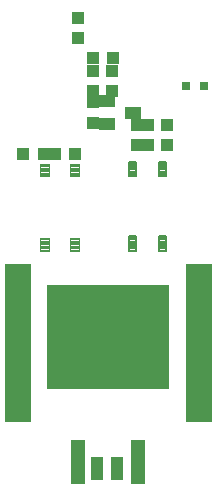
<source format=gbr>
G04 EAGLE Gerber RS-274X export*
G75*
%MOMM*%
%FSLAX34Y34*%
%LPD*%
%INSolderpaste Top*%
%IPPOS*%
%AMOC8*
5,1,8,0,0,1.08239X$1,22.5*%
G01*
%ADD10R,0.800000X0.800000*%
%ADD11R,1.000000X1.100000*%
%ADD12C,0.112000*%
%ADD13C,0.200000*%
%ADD14R,1.100000X1.000000*%
%ADD15R,1.400000X1.000000*%
%ADD16R,2.250000X13.500000*%
%ADD17R,1.300000X3.700000*%
%ADD18R,10.300000X8.900000*%


D10*
X80525Y415925D03*
X65525Y415925D03*
D11*
X-25400Y456638D03*
X-25400Y473638D03*
X-10088Y87313D03*
X6913Y87313D03*
D12*
X-50760Y276635D02*
X-50760Y287515D01*
X-50760Y276635D02*
X-57640Y276635D01*
X-57640Y287515D01*
X-50760Y287515D01*
X-50760Y277699D02*
X-57640Y277699D01*
X-57640Y278763D02*
X-50760Y278763D01*
X-50760Y279827D02*
X-57640Y279827D01*
X-57640Y280891D02*
X-50760Y280891D01*
X-50760Y281955D02*
X-57640Y281955D01*
X-57640Y283019D02*
X-50760Y283019D01*
X-50760Y284083D02*
X-57640Y284083D01*
X-57640Y285147D02*
X-50760Y285147D01*
X-50760Y286211D02*
X-57640Y286211D01*
X-57640Y287275D02*
X-50760Y287275D01*
X-25360Y287515D02*
X-25360Y276635D01*
X-32240Y276635D01*
X-32240Y287515D01*
X-25360Y287515D01*
X-25360Y277699D02*
X-32240Y277699D01*
X-32240Y278763D02*
X-25360Y278763D01*
X-25360Y279827D02*
X-32240Y279827D01*
X-32240Y280891D02*
X-25360Y280891D01*
X-25360Y281955D02*
X-32240Y281955D01*
X-32240Y283019D02*
X-25360Y283019D01*
X-25360Y284083D02*
X-32240Y284083D01*
X-32240Y285147D02*
X-25360Y285147D01*
X-25360Y286211D02*
X-32240Y286211D01*
X-32240Y287275D02*
X-25360Y287275D01*
X-25360Y339635D02*
X-25360Y350515D01*
X-25360Y339635D02*
X-32240Y339635D01*
X-32240Y350515D01*
X-25360Y350515D01*
X-25360Y340699D02*
X-32240Y340699D01*
X-32240Y341763D02*
X-25360Y341763D01*
X-25360Y342827D02*
X-32240Y342827D01*
X-32240Y343891D02*
X-25360Y343891D01*
X-25360Y344955D02*
X-32240Y344955D01*
X-32240Y346019D02*
X-25360Y346019D01*
X-25360Y347083D02*
X-32240Y347083D01*
X-32240Y348147D02*
X-25360Y348147D01*
X-25360Y349211D02*
X-32240Y349211D01*
X-32240Y350275D02*
X-25360Y350275D01*
X-50760Y350515D02*
X-50760Y339635D01*
X-57640Y339635D01*
X-57640Y350515D01*
X-50760Y350515D01*
X-50760Y340699D02*
X-57640Y340699D01*
X-57640Y341763D02*
X-50760Y341763D01*
X-50760Y342827D02*
X-57640Y342827D01*
X-57640Y343891D02*
X-50760Y343891D01*
X-50760Y344955D02*
X-57640Y344955D01*
X-57640Y346019D02*
X-50760Y346019D01*
X-50760Y347083D02*
X-57640Y347083D01*
X-57640Y348147D02*
X-50760Y348147D01*
X-50760Y349211D02*
X-57640Y349211D01*
X-57640Y350275D02*
X-50760Y350275D01*
D13*
X43038Y351825D02*
X43038Y339825D01*
X43038Y351825D02*
X49038Y351825D01*
X49038Y339825D01*
X43038Y339825D01*
X43038Y341725D02*
X49038Y341725D01*
X49038Y343625D02*
X43038Y343625D01*
X43038Y345525D02*
X49038Y345525D01*
X49038Y347425D02*
X43038Y347425D01*
X43038Y349325D02*
X49038Y349325D01*
X49038Y351225D02*
X43038Y351225D01*
X17638Y351825D02*
X17638Y339825D01*
X17638Y351825D02*
X23638Y351825D01*
X23638Y339825D01*
X17638Y339825D01*
X17638Y341725D02*
X23638Y341725D01*
X23638Y343625D02*
X17638Y343625D01*
X17638Y345525D02*
X23638Y345525D01*
X23638Y347425D02*
X17638Y347425D01*
X17638Y349325D02*
X23638Y349325D01*
X23638Y351225D02*
X17638Y351225D01*
X17638Y288825D02*
X17638Y276825D01*
X17638Y288825D02*
X23638Y288825D01*
X23638Y276825D01*
X17638Y276825D01*
X17638Y278725D02*
X23638Y278725D01*
X23638Y280625D02*
X17638Y280625D01*
X17638Y282525D02*
X23638Y282525D01*
X23638Y284425D02*
X17638Y284425D01*
X17638Y286325D02*
X23638Y286325D01*
X23638Y288225D02*
X17638Y288225D01*
X43038Y288825D02*
X43038Y276825D01*
X43038Y288825D02*
X49038Y288825D01*
X49038Y276825D01*
X43038Y276825D01*
X43038Y278725D02*
X49038Y278725D01*
X49038Y280625D02*
X43038Y280625D01*
X43038Y282525D02*
X49038Y282525D01*
X49038Y284425D02*
X43038Y284425D01*
X43038Y286325D02*
X49038Y286325D01*
X49038Y288225D02*
X43038Y288225D01*
D14*
X6913Y96838D03*
X-10088Y96838D03*
D11*
X-12700Y412188D03*
X-12700Y429188D03*
D15*
X20525Y393700D03*
X-1475Y384200D03*
X-1475Y403200D03*
D14*
X33338Y383150D03*
X33338Y366150D03*
X3175Y412188D03*
X3175Y429188D03*
D11*
X23813Y366150D03*
X23813Y383150D03*
X-72000Y358775D03*
X-55000Y358775D03*
D14*
X-45013Y358775D03*
X-28013Y358775D03*
X49213Y366150D03*
X49213Y383150D03*
D11*
X-13263Y439738D03*
X3738Y439738D03*
D16*
X-76200Y198438D03*
X76300Y198438D03*
D14*
X-12700Y402200D03*
X-12700Y385200D03*
D17*
X-25400Y97513D03*
D18*
X0Y203513D03*
D17*
X25400Y97513D03*
M02*

</source>
